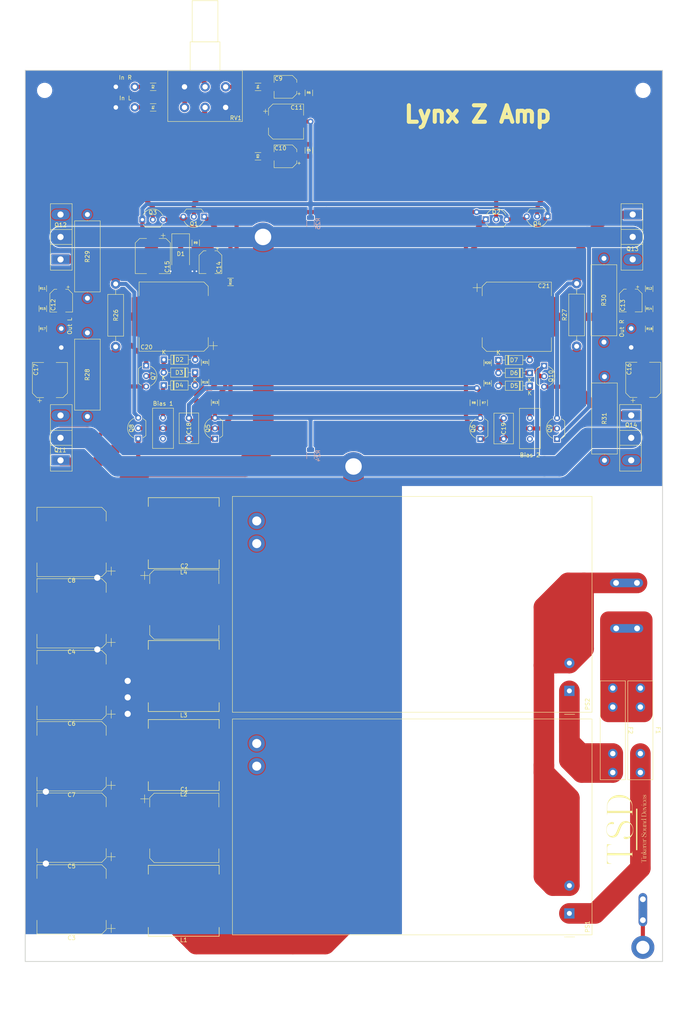
<source format=kicad_pcb>
(kicad_pcb (version 20211014) (generator pcbnew)
  (layers (0 "F.Cu" signal) (31 "B.Cu" signal) (34 "B.Paste" user) (35 "F.Paste" user) (36 "B.SilkS" user "B.Silkscreen") (37 "F.SilkS" user "F.Silkscreen") (38 "B.Mask" user) (39 "F.Mask" user) (44 "Edge.Cuts" user))
  (net 0 "")
  (net 1 "Net-(C1-Pad1)")
  (net 2 "Net-(C1-Pad2)")
  (net 3 "Net-(C2-Pad1)")
  (net 4 "Net-(C2-Pad2)")
  (net 5 "+24V")
  (net 6 "GND")
  (net 7 "-24V")
  (net 8 "Net-(J3-Pad2)")
  (net 9 "Net-(J4-Pad2)")
  (net 10 "Net-(F1-Pad1)")
  (net 11 "Net-(F1-Pad2)")
  (net 12 "Net-(F2-Pad2)")
  (net 13 "Net-(J2-Pad1)")
  (net 14 "Net-(R1-Pad2)")
  (net 15 "Net-(R2-Pad2)")
  (net 16 "Net-(R3-Pad1)")
  (net 17 "In L")
  (net 18 "Net-(R4-Pad1)")
  (net 19 "In R")
  (net 20 "Net-(C9-Pad1)")
  (net 21 "Net-(C10-Pad1)")
  (net 22 "Net-(C11-Pad1)")
  (net 23 "Net-(C11-Pad2)")
  (net 24 "Net-(C12-Pad1)")
  (net 25 "Out L")
  (net 26 "Net-(C13-Pad1)")
  (net 27 "Out R")
  (net 28 "Net-(C14-Pad1)")
  (net 29 "Net-(C16-Pad1)")
  (net 30 "Net-(C17-Pad1)")
  (net 31 "Net-(C18-Pad1)")
  (net 32 "Net-(C18-Pad2)")
  (net 33 "Net-(C19-Pad1)")
  (net 34 "Net-(C19-Pad2)")
  (net 35 "Net-(C20-Pad1)")
  (net 36 "Net-(C21-Pad1)")
  (net 37 "Net-(D2-Pad1)")
  (net 38 "Net-(D2-Pad2)")
  (net 39 "Net-(D3-Pad1)")
  (net 40 "Net-(D4-Pad1)")
  (net 41 "Net-(D5-Pad1)")
  (net 42 "Net-(D5-Pad2)")
  (net 43 "Net-(D6-Pad2)")
  (net 44 "Net-(D7-Pad2)")
  (net 45 "Net-(Q1-Pad3)")
  (net 46 "Net-(Q2-Pad3)")
  (net 47 "Net-(Q3-Pad2)")
  (net 48 "Net-(Q4-Pad2)")
  (net 49 "Net-(Q11-Pad1)")
  (net 50 "Net-(Q12-Pad1)")
  (net 51 "Net-(Q13-Pad1)")
  (net 52 "Net-(Q10-Pad3)")
  (net 53 "Net-(Q11-Pad3)")
  (net 54 "Net-(Q12-Pad3)")
  (net 55 "Net-(Q13-Pad3)")
  (net 56 "Net-(Q14-Pad3)")
  (footprint "Resistor_SMD:R_1206_3216Metric" (layer "F.Cu") (at 158.07 84.866363 90)
    (fp_text reference "R9")
    (fp_text value "15K")
  )
  (footprint "Capacitor_SMD:CP_Elec_16x17.5" (layer "F.Cu") (at 127.884892 244.274037 180)
    (fp_text reference "C3")
    (fp_text value "330uF")
  )
  (footprint "Diode_THT:D_DO-35_SOD27_P7.62mm_Horizontal" (layer "F.Cu") (at 231.644136 113.336624)
    (fp_text reference "D7")
    (fp_text value "1N4149")
  )
  (footprint "Connector_Wire:SolderWire-0.5sqmm_1x02_P4.6mm_D0.9mm_OD2.1mm" (layer "F.Cu") (at 138.649511 46.999511)
    (fp_text reference "In R")
    (fp_text value "In R")
  )
  (footprint "Capacitor_SMD:CP_Elec_16x17.5" (layer "F.Cu") (at 127.884892 174.824035 180)
    (fp_text reference "C4")
    (fp_text value "330uF")
  )
  (footprint "Capacitor_SMD:CP_Elec_8x10" (layer "F.Cu") (at 147.64 88.086363 -90)
    (fp_text reference "C15")
    (fp_text value "220uF/35V")
  )
  (footprint "Inductor_SMD:L_Vishay_IHLP-6767" (layer "F.Cu") (at 155.1516 155.345721 180)
    (fp_text reference "L4")
    (fp_text value "100uh - 5A")
  )
  (footprint "Resistor_THT:R_Axial_DIN0411_L9.9mm_D3.6mm_P15.24mm_Horizontal" (layer "F.Cu") (at 250.665686 109.996363 90)
    (fp_text reference "R27")
    (fp_text value "470 3W")
  )
  (footprint "Capacitor_THT:C_Rect_L7.2mm_W4.5mm_P5.00mm_FKS2_FKP2_MKS2_MKP2" (layer "F.Cu") (at 156.41 127.406363 -90)
    (fp_text reference "C18")
    (fp_text value "47pF")
  )
  (footprint "Capacitor_SMD:CP_Elec_5x5.3" (layer "F.Cu") (at 125.37 98.912865 -90)
    (fp_text reference "C12")
    (fp_text value "10uF/35V")
  )
  (footprint "Resistor_SMD:R_1206_3216Metric" (layer "F.Cu") (at 160.35 113.936363 -90)
    (fp_text reference "R21")
    (fp_text value "2.7K")
  )
  (footprint "Capacitor_SMD:CP_Elec_16x17.5" (layer "F.Cu") (at 155.2941 226.916755)
    (fp_text reference "C1")
    (fp_text value "330uF")
  )
  (footprint "Resistor_THT:R_Axial_DIN0617_L17.0mm_D6.0mm_P20.32mm_Horizontal" (layer "F.Cu") (at 131.74 127.036363 90)
    (fp_text reference "R28")
    (fp_text value "0.47 3W")
  )
  (footprint "Resistor_SMD:R_1206_3216Metric" (layer "F.Cu") (at 173.203104 63.87095)
    (fp_text reference "R3")
    (fp_text value "1K")
  )
  (footprint "Capacitor_SMD:CP_Elec_5x5.3" (layer "F.Cu") (at 161.65 89.576363 -90)
    (fp_text reference "C14")
    (fp_text value "10uF/35V")
  )
  (footprint "Custom Library:Logo_25mm" (layer "F.Cu") (at 263.455977 227.121557 90)
    (fp_text reference "G***" hide)
    (fp_text value "LOGO" hide)
  )
  (footprint "Resistor_SMD:R_1206_3216Metric" (layer "F.Cu") (at 120.9 95.97106 -90)
    (fp_text reference "R11")
    (fp_text value "82K")
  )
  (footprint "Capacitor_SMD:CP_Elec_5x5.3" (layer "F.Cu") (at 263.815686 98.886363 -90)
    (fp_text reference "C13")
    (fp_text value "10uF/35V")
  )
  (footprint "Connector_Wire:SolderWire-0.5sqmm_1x02_P4.6mm_D0.9mm_OD2.1mm" (layer "F.Cu") (at 263.922675 110.266363 90)
    (fp_text reference "Out R")
    (fp_text value "Out R")
  )
  (footprint "Package_TO_SOT_THT:TO-92_Inline_Wide" (layer "F.Cu") (at 227.248037 132.496624 90)
    (fp_text reference "Q6")
    (fp_text value "BC546")
  )
  (footprint "Fuse:Fuseholder_Littelfuse_100_series_5x20mm" (layer "F.Cu") (at 266.15535 192.969255 -90)
    (fp_text reference "F1")
    (fp_text value "0155001.DR")
  )
  (footprint "Potentiometer_THT:Potentiometer_Bourns_3296W_Vertical" (layer "F.Cu") (at 239.301199 127.406624 90)
    (fp_text reference "Bias 2")
    (fp_text value "1508")
  )
  (footprint "Custom Library:Spade Conector 6.3mm TE_1217861" (layer "F.Cu") (at 262.7866 167.439255 180)
    (fp_text reference "J2" hide)
    (fp_text value "AC2" hide)
  )
  (footprint "Converter_ACDC:Converter_ACDC_MeanWell_IRM-60-xx_THT" (layer "F.Cu") (at 248.89785 247.674255 180)
    (fp_text reference locked "PS1")
    (fp_text value "IRM-60-24")
  )
  (footprint "Capacitor_SMD:CP_Elec_16x17.5" (layer "F.Cu") (at 152.7075 102.786363 180)
    (fp_text reference "C20")
    (fp_text value "47uF/25v")
  )
  (footprint "Resistor_THT:R_Axial_DIN0617_L17.0mm_D6.0mm_P20.32mm_Horizontal" (layer "F.Cu") (at 257.310187 108.974429 90)
    (fp_text reference "R30")
    (fp_text value "0.47 3W")
  )
  (footprint "Resistor_SMD:R_1206_3216Metric" (layer "F.Cu") (at 268.292781 96.006017 90)
    (fp_text reference "R12")
    (fp_text value "82K")
  )
  (footprint "Capacitor_SMD:CP_Elec_5x5.3" (layer "F.Cu") (at 179.883104 47.008678 180)
    (fp_text reference "C9")
    (fp_text value "10uF/35V")
  )
  (footprint "Package_TO_SOT_THT:TO-247-3_Vertical" (layer "F.Cu") (at 125.202781 137.676363 90)
    (fp_text reference "Q11")
    (fp_text value "TIP35")
  )
  (footprint "Package_TO_SOT_THT:TO-92_Inline_Wide" (layer "F.Cu") (at 243.614306 78.466623 180)
    (fp_text reference "Q4")
    (fp_text value "BC556")
  )
  (footprint "Diode_THT:D_DO-35_SOD27_P7.62mm_Horizontal" (layer "F.Cu") (at 157.91 116.366363 180)
    (fp_text reference "D3")
    (fp_text value "1N4149")
  )
  (footprint "Package_TO_SOT_THT:TO-92_Inline_Wide" (layer "F.Cu") (at 146.0225 114.666363 -90)
    (fp_text reference "Q7")
    (fp_text value "BC546")
  )
  (footprint "Diode_THT:D_DO-35_SOD27_P7.62mm_Horizontal" (layer "F.Cu") (at 239.264136 119.576624 180)
    (fp_text reference "D5")
    (fp_text value "1N4149")
  )
  (footprint "Package_TO_SOT_THT:TO-92_Inline_Wide" (layer "F.Cu") (at 144.100256 132.423863 90)
    (fp_text reference "Q8")
    (fp_text value "BC556")
  )
  (footprint "MountingHole:MountingHole_3.2mm_M3_DIN965_Pad_TopBottom" (layer "F.Cu") (at 266.763112 255.914957 -90)
    (fp_text reference "REF**" hide)
    (fp_text value "MountingHole_3.2mm_M3_DIN965_Pad_TopBottom")
  )
  (footprint "Capacitor_SMD:CP_Elec_16x17.5" (layer "F.Cu") (at 127.884892 192.237369 180)
    (fp_text reference "C6")
    (fp_text value "330uF")
  )
  (footprint "Potentiometer_THT:Potentiometer_Alps_RK163_Dual_Horizontal" (layer "F.Cu") (at 165.339511 46.999511 90)
    (fp_text reference "RV1")
    (fp_text value "log 10K")
  )
  (footprint "Resistor_SMD:R_1206_3216Metric" (layer "F.Cu") (at 166.54 94.37 180)
    (fp_text reference "R10")
    (fp_text value "15K")
  )
  (footprint "Resistor_SMD:R_1206_3216Metric" (layer "F.Cu") (at 147.719511 51.999511)
    (fp_text reference "R1")
    (fp_text value "3.3K")
  )
  (footprint "Resistor_SMD:R_1206_3216Metric" (layer "F.Cu") (at 173.223104 47.018678)
    (fp_text reference "R4")
    (fp_text value "1K")
  )
  (footprint "Resistor_SMD:R_1206_3216Metric" (layer "F.Cu") (at 229.034136 114.016624 -90)
    (fp_text reference "R20")
    (fp_text value "2.7K")
  )
  (footprint "Connector_Wire:SolderWire-0.5sqmm_1x02_P4.6mm_D0.9mm_OD2.1mm" (layer "F.Cu") (at 138.649511 51.999511)
    (fp_text reference "In L")
    (fp_text value "In L")
  )
  (footprint "Capacitor_THT:C_Rect_L7.2mm_W4.5mm_P5.00mm_FKS2_FKP2_MKS2_MKP2" (layer "F.Cu") (at 232.929618 127.456624 -90)
    (fp_text reference "C19")
    (fp_text value "47pF")
  )
  (footprint "Diode_THT:D_DO-35_SOD27_P7.62mm_Horizontal" (layer "F.Cu") (at 150.3325 113.246363)
    (fp_text reference "D2")
    (fp_text value "1N4149")
  )
  (footprint "Resistor_SMD:R_1206_3216Metric" (layer "F.Cu") (at 185.573104 48.468678 90)
    (fp_text reference "R6")
    (fp_text value "56K")
  )
  (footprint "Capacitor_SMD:CP_Elec_16x17.5" (layer "F.Cu") (at 127.884892 157.497369 180)
    (fp_text reference "C8")
    (fp_text value "330uF")
  )
  (footprint "Resistor_THT:R_Axial_DIN0411_L9.9mm_D3.6mm_P15.24mm_Horizontal" (layer "F.Cu") (at 138.61 110.095384 90)
    (fp_text reference "R26")
    (fp_text value "470 3W")
  )
  (footprint "Package_TO_SOT_THT:TO-247-3_Vertical" (layer "F.Cu") (at 264.292781 77.995396 -90)
    (fp_text reference "Q13")
    (fp_text value "TIP42")
  )
  (footprint "Capacitor_SMD:CP_Elec_5x5.3" (layer "F.Cu") (at 179.883104 63.870343 180)
    (fp_text reference "C10")
    (fp_text value "10uF/35V")
  )
  (footprint "Diode_THT:D_DO-35_SOD27_P7.62mm_Horizontal" (layer "F.Cu") (at 150.29 119.486363)
    (fp_text reference "D4")
    (fp_text value "1N4149")
  )
  (footprint "Package_TO_SOT_THT:TO-92_Inline_Wide" (layer "F.Cu") (at 228.564407 79.186623)
    (fp_text reference "Q2")
    (fp_text value "BC556")
  )
  (footprint "Inductor_SMD:L_Vishay_IHLP-6767" (layer "F.Cu") (at 155.1516 244.609255 180)
    (fp_text reference "L1")
    (fp_text value "100uh - 5A")
  )
  (footprint "Resistor_SMD:R_1206_3216Metric" (layer "F.Cu") (at 229.034136 118.976624 90)
    (fp_text reference "R16")
    (fp_text value "2.2K")
  )
  (footprint "Custom Library:Spade Conector 6.3mm TE_1217861" (layer "F.Cu") (at 266.763112 246.773177 90)
    (fp_text reference "J2" hide)
    (fp_text value "AC2" hide)
  )
  (footprint "Resistor_SMD:R_1206_3216Metric" (layer "F.Cu") (at 268.292781 105.776624 -90)
    (fp_text reference "R18")
    (fp_text value "56K")
  )
  (footprint "Fuse:Fuseholder_Littelfuse_100_series_5x20mm" (layer "F.Cu") (at 259.45285 192.969255 -90)
    (fp_text reference "F2")
    (fp_text value "0155001.DR")
  )
  (footprint "Resistor_SMD:R_1206_3216Metric" (layer "F.Cu") (at 162.775 123.666363 -90)
    (fp_text reference "R13")
    (fp_text value "1.5K")
  )
  (footprint "Resistor_SMD:R_1206_3216Metric" (layer "F.Cu") (at 225.662781 123.716624 90)
    (fp_text reference "R8")
    (fp_text value "1.5K")
  )
  (footprint "Resistor_THT:R_Axial_DIN0617_L17.0mm_D6.0mm_P20.32mm_Horizontal" (layer "F.Cu") (at 257.432781 137.684429 90)
    (fp_text reference "R31")
    (fp_text value "0.47 3W")
  )
  (footprint "MountingHole:MountingHole_3.2mm_M3" (layer "F.Cu") (at 121.34 47.87)
    (fp_text reference "REF**" hide)
    (fp_text value "MountingHole_3.2mm_M3")
  )
  (footprint "Custom Library:Spade Conector 6.3mm TE_1217861" (layer "F.Cu") (at 262.8216 178.479255)
    (fp_text reference "J1" hide)
    (fp_text value "AC1" hide)
  )
  (footprint "Package_TO_SOT_THT:TO-247-3_Vertical" (layer "F.Cu") (at 263.932781 126.766363 -90)
    (fp_text reference "Q14")
    (fp_text value "TIP35")
  )
  (footprint "Potentiometer_THT:Potentiometer_Bourns_3296W_Vertical" (layer "F.Cu") (at 150.115 127.356363 90)
    (fp_text reference "Bias 1")
    (fp_text value "1508")
  )
  (footprint "MountingHole:MountingHole_3.2mm_M3" (layer "F.Cu") (at 119.973112 255.914957)
    (fp_text reference "REF**" hide)
    (fp_text value "MountingHole_3.2mm_M3")
  )
  (footprint "Capacitor_SMD:CP_Elec_16x17.5" (layer "F.Cu") (at 236.114023 102.816624)
    (fp_text reference "C21")
    (fp_text value "47uF/25v")
  )
  (footprint "Inductor_SMD:L_Vishay_IHLP-6767" (layer "F.Cu") (at 155.1516 209.224255 180)
    (fp_text reference "L2")
    (fp_text value "100uh - 5A")
  )
  (footprint "Capacitor_SMD:CP_Elec_16x17.5" (layer "F.Cu") (at 127.884892 209.534037 180)
    (fp_text reference "C7")
    (fp_text value "330uF")
  )
  (footprint "Package_TO_SOT_THT:TO-247-3_Vertical" (layer "F.Cu") (at 125.202781 88.904429 90)
    (fp_text reference "Q12")
    (fp_text value "TIP42")
  )
  (footprint "Connector_Wire:SolderWire-0.5sqmm_1x02_P4.6mm_D0.9mm_OD2.1mm" (layer "F.Cu") (at 125.382781 110.294429 90)
    (fp_text reference "Out L")
    (fp_text value "Out L")
  )
  (footprint "Capacitor_SMD:CP_Elec_8x10" (layer "F.Cu") (at 180.025604 55.439511)
    (fp_text reference "C11")
    (fp_text value "220uF/35V")
  )
  (footprint "Resistor_SMD:R_1206_3216Metric" (layer "F.Cu") (at 120.9 100.856363 -90)
    (fp_text reference "R15")
    (fp_text value "5.6K")
  )
  (footprint "Resistor_SMD:R_1206_3216Metric" (layer "F.Cu") (at 228.093321 123.716624 -90)
    (fp_text reference "R7")
    (fp_text value "1.5K")
  )
  (footprint "Package_TO_SOT_THT:TO-92_Inline_Wide" (layer "F.Cu") (at 162.755 132.446363 90)
    (fp_text reference "Q5")
    (fp_text value "BC546")
  )
  (footprint "Resistor_SMD:R_1206_3216Metric" (layer "F.Cu") (at 268.292781 100.89132 -90)
    (fp_text reference "R14")
    (fp_text value "5.6K")
  )
  (footprint "Package_TO_SOT_THT:TO-92_Inline_Wide" (layer "F.Cu") (at 242.76872 114.72292 -90)
    (fp_text reference "Q10")
    (fp_text value "BC546")
  )
  (footprint "Capacitor_SMD:CP_Elec_16x17.5" (layer "F.Cu") (at 155.2941 172.695721)
    (fp_text reference "C2")
    (fp_text value "330uF")
  )
  (footprint "Diode_SMD:D_SMA-SMB_Universal_Handsoldering" (layer "F.Cu") (at 154.41 87.536363 -90)
    (fp_text reference "D1")
    (fp_text value "15V")
  )
  (footprint "Capacitor_SMD:CP_Elec_8x10" (layer "F.Cu") (at 122.63 118.186363 90)
    (fp_text reference "C17")
    (fp_text value "100uF/35V")
  )
  (footprint "Diode_THT:D_DO-35_SOD27_P7.62mm_Horizontal" (layer "F.Cu") (at 239.264136 116.456624 180)
    (fp_text reference "D6")
    (fp_text value "1N4149")
  )
  (footprint "Resistor_SMD:R_1206_3216Metric" (layer "F.Cu") (at 147.719511 46.999511)
    (fp_text reference "R2")
    (fp_text value "3.3K")
  )
  (footprint "Package_TO_SOT_THT:TO-92_Inline_Wide" (layer "F.Cu") (at 245.902781 132.496624 90)
    (fp_text reference "Q9")
    (fp_text value "BC556")
  )
  (footprint "Capacitor_SMD:CP_Elec_16x17.5" (layer "F.Cu") (at 127.884892 226.860703 180)
    (fp_text reference "C5")
    (fp_text value "330uF")
  )
  (footprint "MountingHole:MountingHole_3.2mm_M3" (layer "F.Cu") (at 266.8 47.87)
    (fp_text reference "REF**" hide)
    (fp_text value "MountingHole_3.2mm_M3")
  )
  (footprint "Resistor_SMD:R_1206_3216Metric" (layer "F.Cu") (at 120.9 105.741667 -90)
    (fp_text reference "R17")
    (fp_text value "56K")
  )
  (footprint "Resistor_SMD:R_1206_3216Metric" (layer "F.Cu") (at 185.573104 62.42095 90)
    (fp_text reference "R5")
    (fp_text value "56K")
  )
  (footprint "Converter_ACDC:Converter_ACDC_MeanWell_IRM-60-xx_THT" (layer "F.Cu") (at 248.89785 193.644255 180)
    (fp_text reference locked "PS2")
    (fp_text value "IRM-60-24")
  )
  (footprint "Resistor_SMD:R_1206_3216Metric" (layer "F.Cu") (at 160.35 118.743863 -90)
    (fp_text reference "R19")
    (fp_text value "2.2K")
  )
  (footprint "Capacitor_SMD:CP_Elec_8x10" (layer "F.Cu") (at 266.855686 118.136363 90)
    (fp_text reference "C16")
    (fp_text value "100uF/35V")
  )
  (footprint "Resistor_THT:R_Axial_DIN0617_L17.0mm_D6.0mm_P20.32mm_Horizontal" (layer "F.Cu") (at 131.74 98.326363 90)
    (fp_text reference "R29")
    (fp_text value "0.47 3W")
  )
  (footprint "Package_TO_SOT_THT:TO-92_Inline_Wide" (layer "F.Cu") (at 145.1 79.246363)
    (fp_text reference "Q3")
    (fp_text value "BC556")
  )
  (footprint "Package_TO_SOT_THT:TO-92_Inline_Wide" (layer "F.Cu") (at 160.149899 78.526363 180)
    (fp_text reference "Q1")
    (fp_text value "BC556")
  )
  (footprint "Inductor_SMD:L_Vishay_IHLP-6767" (layer "F.Cu") (at 155.1516 190.045721 180)
    (fp_text reference "L3")
    (fp_text value "100uh - 5A")
  )
  (footprint "Resistor_SMD:R_1206_3216Metric" (layer "B.Cu") (at 185.975604 80.23 90)
    (fp_text reference "R25")
    (fp_text value "82 3W")
  )
  (footprint "Resistor_SMD:R_1206_3216Metric" (layer "B.Cu") (at 185.975604 136.58 90)
    (fp_text reference "R24")
    (fp_text value "82 3W")
  )
  (gr_rect (start 116.626875 259.35) (end 271.546875 43) (layer "Edge.Cuts") (width 0.2) (fill none))
  (gr_text "Lynx Z Amp" (at 226.65 53.68) (layer "F.SilkS") (effects (font (size 4 4) (thickness 1))))
  (segment locked (start 178.8416 209.545721) (end 175.720134 206.424255) (width 5) (layer "F.Cu") (net 1))
  (segment locked (start 149.0441 230.379255) (end 163.2741 244.609255) (width 5) (layer "F.Cu") (net 1))
  (segment locked (start 174.488066 244.609255) (end 178.8416 240.255721) (width 5) (layer "F.Cu") (net 1))
  (segment locked (start 175.720134 206.424255) (end 172.89785 206.424255) (width 5) (layer "F.Cu") (net 1))
  (segment locked (start 178.8416 240.255721) (end 178.8416 209.545721) (width 5) (layer "F.Cu") (net 1))
  (segment locked (start 163.2741 244.609255) (end 174.488066 244.609255) (width 5) (layer "F.Cu") (net 1))
  (segment locked (start 172.89785 211.924255) (end 165.9741 211.924255) (width 5) (layer "F.Cu") (net 2))
  (segment locked (start 161.5441 210.954255) (end 163.2741 209.224255) (width 5) (layer "F.Cu") (net 2))
  (segment locked (start 161.5441 226.916755) (end 161.5441 210.954255) (width 5) (layer "F.Cu") (net 2))
  (segment locked (start 165.9741 211.924255) (end 163.2741 209.224255) (width 5) (layer "F.Cu") (net 2))
  (segment locked (start 163.2741 190.045721) (end 173.5116 190.045721) (width 5) (layer "F.Cu") (net 3))
  (segment locked (start 179.5816 183.975721) (end 179.5816 154.955721) (width 5) (layer "F.Cu") (net 3))
  (segment locked (start 149.0441 175.815721) (end 163.2741 190.045721) (width 5) (layer "F.Cu") (net 3))
  (segment locked (start 179.5816 154.955721) (end 177.020134 152.394255) (width 5) (layer "F.Cu") (net 3))
  (segment locked (start 173.5116 190.045721) (end 179.5816 183.975721) (width 5) (layer "F.Cu") (net 3))
  (segment locked (start 177.020134 152.394255) (end 172.89785 152.394255) (width 5) (layer "F.Cu") (net 3))
  (segment locked (start 165.822634 157.894255) (end 163.2741 155.345721) (width 5) (layer "F.Cu") (net 4))
  (segment locked (start 161.5441 172.695721) (end 161.5441 157.075721) (width 5) (layer "F.Cu") (net 4))
  (segment locked (start 172.89785 157.894255) (end 165.822634 157.894255) (width 5) (layer "F.Cu") (net 4))
  (segment locked (start 161.5441 157.075721) (end 163.2741 155.345721) (width 5) (layer "F.Cu") (net 4))
  (segment (start 189.54 255.12) (end 196.38 248.28) (width 5) (layer "F.Cu") (net 5))
  (segment (start 140.16 107.5) (end 136.68 107.5) (width 1) (layer "F.Cu") (net 5))
  (segment (start 158.21 255.12) (end 181.67 255.12) (width 5) (layer "F.Cu") (net 5))
  (segment locked (start 147.0291 244.609255) (end 145.418814 244.609255) (width 5) (layer "F.Cu") (net 5))
  (segment (start 157.54 254.45) (end 158.21 255.12) (width 5) (layer "F.Cu") (net 5))
  (segment (start 134.053637 132.226363) (end 125.202781 132.226363) (width 1) (layer "F.Cu") (net 5))
  (segment locked (start 143.864892 244.764237) (end 141.452052 244.764237) (width 5) (layer "F.Cu") (net 5))
  (segment (start 146.0225 114.666363) (end 146.0225 113.3625) (width 1) (layer "F.Cu") (net 5))
  (segment locked (start 134.134892 235.511397) (end 134.134892 218.221397) (width 5) (layer "F.Cu") (net 5))
  (segment (start 181.67 255.12) (end 189.54 255.12) (width 5) (layer "F.Cu") (net 5))
  (segment locked (start 141.452052 244.764237) (end 134.625092 244.764237) (width 5) (layer "F.Cu") (net 5))
  (segment (start 147.0291 244.609255) (end 147.699255 244.609255) (width 5) (layer "F.Cu") (net 5))
  (segment locked (start 134.780074 244.609255) (end 134.625092 244.764237) (width 5) (layer "F.Cu") (net 5))
  (segment locked (start 133.663112 244.745817) (end 133.663642 244.745287) (width 5) (layer "F.Cu") (net 5))
  (segment (start 136.68 107.5) (end 135.33 108.85) (width 1) (layer "F.Cu") (net 5))
  (segment (start 146.0225 113.3625) (end 140.16 107.5) (width 1) (layer "F.Cu") (net 5))
  (segment locked (start 147.0291 244.609255) (end 134.780074 244.609255) (width 5) (layer "F.Cu") (net 5))
  (segment locked (start 134.134892 218.221397) (end 134.134892 209.534037) (width 5) (layer "F.Cu") (net 5))
  (segment locked (start 134.625092 244.764237) (end 134.134892 244.274037) (width 5) (layer "F.Cu") (net 5))
  (segment locked (start 134.134892 244.274037) (end 134.134892 235.511397) (width 5) (layer "F.Cu") (net 5))
  (segment (start 147.699255 244.609255) (end 157.54 254.45) (width 5) (layer "F.Cu") (net 5))
  (segment (start 135.33 108.85) (end 135.33 130.95) (width 1) (layer "F.Cu") (net 5))
  (segment (start 196.38 248.28) (end 196.43 248.23) (width 5) (layer "F.Cu") (net 5))
  (segment (start 196.43 248.23) (end 196.43 139.17) (width 5) (layer "F.Cu") (net 5))
  (segment (start 135.33 130.95) (end 134.053637 132.226363) (width 1) (layer "F.Cu") (net 5))
  (segment locked (start 133.663642 244.745287) (end 134.134892 244.274037) (width 5) (layer "F.Cu") (net 5))
  (via (at 196.43 139.17) (size 7) (drill 4) (layers "F.Cu" "B.Cu") (net 5))
  (segment (start 139.09 139.13) (end 132.186363 132.226363) (width 5) (layer "B.Cu") (net 5))
  (segment (start 246.49 139.13) (end 242.83 139.13) (width 5) (layer "B.Cu") (net 5))
  (segment (start 241.06 116.43164) (end 241.06 137.36) (width 1) (layer "B.Cu") (net 5))
  (segment (start 263.932781 132.216363) (end 253.403637 132.216363) (width 5) (layer "B.Cu") (net 5))
  (segment (start 242.83 139.13) (end 139.09 139.13) (width 5) (layer "B.Cu") (net 5))
  (segment (start 241.06 137.36) (end 242.83 139.13) (width 1) (layer "B.Cu") (net 5))
  (segment (start 132.186363 132.226363) (end 125.202781 132.226363) (width 5) (layer "B.Cu") (net 5))
  (segment (start 253.403637 132.216363) (end 246.49 139.13) (width 5) (layer "B.Cu") (net 5))
  (segment (start 242.76872 114.72292) (end 241.06 116.43164) (width 1) (layer "B.Cu") (net 5))
  (segment (start 151.993637 91.776363) (end 148.08 91.776363) (width 1) (layer "F.Cu") (net 6))
  (segment locked (start 137.683112 197.954957) (end 137.333112 197.604957) (width 5) (layer "F.Cu") (net 6))
  (segment locked (start 134.134892 192.237369) (end 144.837452 192.237369) (width 5) (layer "F.Cu") (net 6))
  (segment locked (start 138.575524 192.237369) (end 144.293112 197.954957) (width 5) (layer "F.Cu") (net 6))
  (segment locked (start 143.864892 200.928203) (end 134.814892 200.928203) (width 5) (layer "F.Cu") (net 6))
  (segment locked (start 121.634892 244.274037) (end 121.634892 235.721896) (width 5) (layer "F.Cu") (net 6))
  (segment locked (start 127.539892 200.928203) (end 121.634892 206.833203) (width 5) (layer "F.Cu") (net 6))
  (segment (start 263.922675 114.003352) (end 264.805686 114.886363) (width 2) (layer "F.Cu") (net 6))
  (segment locked (start 144.293112 197.954957) (end 137.683112 197.954957) (width 5) (layer "F.Cu") (net 6))
  (segment locked (start 134.134892 183.531896) (end 134.134892 188.613177) (width 5) (layer "F.Cu") (net 6))
  (segment locked (start 134.134892 157.497369) (end 134.134892 166.171896) (width 5) (layer "F.Cu") (net 6))
  (segment locked (start 134.134892 166.171896) (end 134.134892 183.531896) (width 5) (layer "F.Cu") (net 6))
  (segment (start 263.922675 110.266363) (end 263.922675 114.003352) (width 2) (layer "F.Cu") (net 6))
  (segment (start 124.34 114.936363) (end 125.382781 113.893582) (width 2) (layer "F.Cu") (net 6))
  (segment locked (start 134.011199 200.928203) (end 127.539892 200.928203) (width 5) (layer "F.Cu") (net 6))
  (segment (start 125.382781 113.893582) (end 125.382781 110.294429) (width 2) (layer "F.Cu") (net 6))
  (segment (start 158.10617 91.776363) (end 157.15617 91.776363) (width 1) (layer "F.Cu") (net 6))
  (segment (start 157.15617 91.776363) (end 157.113637 91.776363) (width 1) (layer "F.Cu") (net 6))
  (segment locked (start 144.837452 192.237369) (end 147.0291 190.045721) (width 5) (layer "F.Cu") (net 6))
  (segment (start 122.63 114.936363) (end 124.34 114.936363) (width 2) (layer "F.Cu") (net 6))
  (segment locked (start 135.567436 190.045721) (end 134.134892 188.613177) (width 5) (layer "F.Cu") (net 6))
  (segment locked (start 134.134892 192.237369) (end 134.134892 200.248203) (width 5) (layer "F.Cu") (net 6))
  (segment locked (start 121.634892 218.281896) (end 121.634892 218.191397) (width 5) (layer "F.Cu") (net 6))
  (segment locked (start 134.134892 192.237369) (end 138.575524 192.237369) (width 5) (layer "F.Cu") (net 6))
  (segment (start 157.113637 91.776363) (end 151.993637 91.776363) (width 1) (layer "F.Cu") (net 6))
  (segment locked (start 121.634892 235.721896) (end 121.634892 218.281896) (width 5) (layer "F.Cu") (net 6))
  (segment locked (start 134.814892 200.928203) (end 134.011199 200.928203) (width 5) (layer "F.Cu") (net 6))
  (segment (start 161.65 91.776363) (end 158.10617 91.776363) (width 1) (layer "F.Cu") (net 6))
  (segment (start 264.805686 114.886363) (end 266.855686 114.886363) (width 2) (layer "F.Cu") (net 6))
  (segment locked (start 121.634892 206.833203) (end 121.634892 209.534037) (width 5) (layer "F.Cu") (net 6))
  (segment locked (start 147.0291 209.224255) (end 147.0291 190.045721) (width 5) (layer "F.Cu") (net 6))
  (segment locked (start 134.134892 188.613177) (end 134.134892 192.237369) (width 5) (layer "F.Cu") (net 6))
  (segment locked (start 121.634892 218.191397) (end 121.634892 209.534037) (width 5) (layer "F.Cu") (net 6))
  (segment locked (start 147.0291 190.045721) (end 135.567436 190.045721) (width 5) (layer "F.Cu") (net 6))
  (segment locked (start 134.134892 200.248203) (end 134.814892 200.928203) (width 5) (layer "F.Cu") (net 6))
  (via (at 141.53 191.229231) (size 3) (drill 1.5) (layers "F.Cu" "B.Cu") (net 6))
  (via (at 121.64 235.57) (size 3) (drill 1.5) (layers "F.Cu" "B.Cu") (net 6))
  (via (at 134.134892 166.171896) (size 3) (drill 1.5) (layers "F.Cu" "B.Cu") (net 6))
  (via (at 157.26 91.776363) (size 0.8) (drill 0.4) (layers "F.Cu" "B.Cu") (net 6))
  (via (at 151.993637 91.776363) (size 0.8) (drill 0.4) (layers "F.Cu" "B.Cu") (net 6))
  (via (at 158.252533 91.776363) (size 0.8) (drill 0.4) (layers "F.Cu" "B.Cu") (net 6))
  (via (at 134.15 183.59) (size 3) (drill 1.5) (layers "F.Cu" "B.Cu") (net 6))
  (via (at 141.53 195.229231) (size 3) (drill 1.5) (layers "F.Cu" "B.Cu") (net 6))
  (via (at 121.64 218.12) (size 3) (drill 1.5) (layers "F.Cu" "B.Cu") (net 6))
  (via (at 141.53 199.229231) (size 3) (drill 1.5) (layers "F.Cu" "B.Cu") (net 6))
  (segment locked (start 144.354496 155.345721) (end 147.0291 155.345721) (width 5) (layer "F.Cu") (net 7))
  (segment locked (start 137.545715 148.53694) (end 144.354496 155.345721) (width 5) (layer "F.Cu") (net 7))
  (segment locked (start 136.433125 148.53694) (end 146.463125 148.53694) (width 5) (layer "F.Cu") (net 7))
  (segment locked (start 142.573125 152.58694) (end 141.043125 151.05694) (width 5) (layer "F.Cu") (net 7))
  (segment (start 170.08 139.2) (end 174.49 134.79) (width 5) (layer "F.Cu") (net 7))
  (segment (start 144.100256 137.620256) (end 145.68 139.2) (width 1) (layer "F.Cu") (net 7))
  (segment locked (start 136.433125 148.53694) (end 137.545715 148.53694) (width 5) (layer "F.Cu") (net 7))
  (segment (start 145.68 139.2) (end 170.08 139.2) (width 5) (layer "F.Cu") (net 7))
  (segment locked (start 147.183125 161.85694) (end 146.633125 162.40694) (width 5) (layer "F.Cu") (net 7))
  (segment locked (start 124.373125 148.53694) (end 136.433125 148.53694) (width 5) (layer "F.Cu") (net 7))
  (segment locked (start 121.634892 157.497369) (end 121.634892 151.275173) (width 5) (layer "F.Cu") (net 7))
  (segment locked (start 121.634892 157.497369) (end 121.634892 192.237369) (width 5) (layer "F.Cu") (net 7))
  (segment locked (start 142.573125 153.25694) (end 142.573125 152.58694) (width 5) (layer "F.Cu") (net 7))
  (segment locked (start 146.633125 162.40694) (end 142.963125 162.40694) (width 5) (layer "F.Cu") (net 7))
  (segment locked (start 142.573125 162.01694) (end 142.573125 153.25694) (width 5) (layer "F.Cu") (net 7))
  (segment (start 174.49 134.79) (end 174.49 83.43) (width 5) (layer "F.Cu") (net 7))
  (segment (start 144.100256 132.423863) (end 144.100256 137.620256) (width 1) (layer "F.Cu") (net 7))
  (segment locked (start 142.573125 153.25694) (end 146.363125 149.46694) (width 5) (layer "F.Cu") (net 7))
  (segment (start 136.433125 148.53694) (end 136.433125 148.446875) (width 5) (layer "F.Cu") (net 7))
  (segment locked (start 146.363125 149.46694) (end 147.183125 149.46694) (width 5) (layer "F.Cu") (net 7))
  (segment locked (start 121.634892 151.275173) (end 124.373125 148.53694) (width 5) (layer "F.Cu") (net 7))
  (segment locked (start 146.463125 148.53694) (end 147.183125 149.25694) (width 5) (layer "F.Cu") (net 7))
  (segment (start 143.2 141.68) (end 145.68 139.2) (width 5) (layer "F.Cu") (net 7))
  (segment locked (start 147.183125 149.25694) (end 147.183125 161.85694) (width 5) (layer "F.Cu") (net 7))
  (segment (start 136.433125 148.446875) (end 143.2 141.68) (width 5) (layer "F.Cu") (net 7))
  (segment locked (start 121.634892 157.497369) (end 121.634892 153.033203) (width 5) (layer "F.Cu") (net 7))
  (segment locked (start 142.963125 162.40694) (end 142.573125 162.01694) (width 5) (layer "F.Cu") (net 7))
  (via (at 174.424604 83.445396) (size 7) (drill 4) (layers "F.Cu" "B.Cu") (net 7))
  (segment (start 174.424604 83.445396) (end 125.211814 83.445396) (width 5) (layer "B.Cu") (net 7))
  (segment (start 253.68 83.870792) (end 253.254604 83.445396) (width 1) (layer "B.Cu") (net 7))
  (segment (start 125.211814 83.445396) (end 125.202781 83.454429) (width 5) (layer "B.Cu") (net 7))
  (segment (start 264.292781 83.445396) (end 253.254604 83.445396) (width 5) (layer "B.Cu") (net 7))
  (segment (start 253.254604 83.445396) (end 174.424604 83.445396) (width 5) (layer "B.Cu") (net 7))
  (segment (start 253.68 124.719405) (end 253.68 83.870792) (width 1) (layer "B.Cu") (net 7))
  (segment (start 245.902781 132.496624) (end 253.68 124.719405) (width 1) (layer "B.Cu") (net 7))
  (segment (start 143.249511 51.999511) (end 146.257011 51.999511) (width 1) (layer "F.Cu") (net 8))
  (segment (start 143.249511 46.999511) (end 146.257011 46.999511) (width 1) (layer "F.Cu") (net 9))
  (segment locked (start 255.14785 247.674255) (end 248.89785 247.674255) (width 5) (layer "F.Cu") (net 11))
  (segment locked (start 266.15535 236.666755) (end 255.14785 247.674255) (width 5) (layer "F.Cu") (net 11))
  (segment locked (start 266.15535 208.869255) (end 266.15535 236.666755) (width 5) (layer "F.Cu") (net 11))
  (segment locked (start 248.89785 206.094255) (end 251.67285 208.869255) (width 5) (layer "F.Cu") (net 12))
  (segment locked (start 248.89785 210.464255) (end 248.89785 200.774255) (width 5) (layer "F.Cu") (net 12))
  (segment locked (start 251.90285 213.469255) (end 248.89785 210.464255) (width 5) (layer "F.Cu") (net 12))
  (segment locked (start 248.89785 193.644255) (end 248.89785 200.774255) (width 5) (layer "F.Cu") (net 12))
  (segment locked (start 248.89785 200.774255) (end 248.89785 206.094255) (width 5) (layer "F.Cu") (net 12))
  (segment locked (start 259.45285 213.469255) (end 251.90285 213.469255) (width 5) (layer "F.Cu") (net 12))
  (segment locked (start 259.45285 213.469255) (end 259.45285 208.869255) (width 5) (layer "F.Cu") (net 12))
  (segment locked (start 251.67285 208.869255) (end 259.45285 208.869255) (width 5) (layer "F.Cu") (net 12))
  (segment locked (start 242.71285 211.649255) (end 242.71285 213.489255) (width 5) (layer "F.Cu") (net 13))
  (segment locked (start 244.91785 240.924255) (end 244.91785 222.544255) (width 5) (layer "F.Cu") (net 13))
  (segment locked (start 244.91785 240.924255) (end 248.89785 240.924255) (width 5) (layer "F.Cu") (net 13))
  (segment locked (start 248.89785 219.674255) (end 248.34285 219.119255) (width 5) (layer "F.Cu") (net 13))
  (segment locked (start 248.60285 167.439255) (end 242.71285 173.329255) (width 5) (layer "F.Cu") (net 13))
  (segment locked (start 248.89785 186.894255) (end 248.89785 167.734255) (width 5) (layer "F.Cu") (net 13))
  (segment locked (start 242.71285 238.719255) (end 244.91785 240.924255) (width 5) (layer "F.Cu") (net 13))
  (segment locked (start 242.71285 213.489255) (end 248.34285 219.119255) (width 5) (layer "F.Cu") (net 13))
  (segment locked (start 252.42285 167.439255) (end 248.60285 167.439255) (width 5) (layer "F.Cu") (net 13))
  (segment locked (start 243.27785 186.894255) (end 242.71285 187.459255) (width 5) (layer "F.Cu") (net 13))
  (segment locked (start 252.35285 183.439255) (end 252.35285 167.509255) (width 5) (layer "F.Cu") (net 13))
  (segment locked (start 265.3266 167.439255) (end 252.42285 167.439255) (width 5) (layer "F.Cu") (net 13))
  (segment locked (start 246.10285 216.879255) (end 246.10285 216.819255) (width 5) (layer "F.Cu") (net 13))
  (segment locked (start 245.58785 186.894255) (end 243.27785 186.894255) (width 5) (layer "F.Cu") (net 13))
  (segment locked (start 266.763112 255.914957) (end 266.763112 244.233177) (width 1) (layer "F.Cu") (net 13))
  (segment locked (start 265.3266 167.439255) (end 260.2466 167.439255) (width 5) (layer "F.Cu") (net 13))
  (segment locked (start 244.91785 222.544255) (end 248.34285 219.119255) (width 5) (layer "F.Cu") (net 13))
  (segment locked (start 248.89785 167.734255) (end 248.60285 167.439255) (width 5) (layer "F.Cu") (net 13))
  (segment locked (start 242.71285 187.459255) (end 242.71285 211.649255) (width 5) (layer "F.Cu") (net 13))
  (segment locked (start 245.58785 174.624255) (end 245.76285 174.449255) (width 5) (layer "F.Cu") (net 13))
  (segment locked (start 252.35285 167.509255) (end 252.42285 167.439255) (width 5) (layer "F.Cu") (net 13))
  (segment locked (start 248.89785 186.894255) (end 245.58785 186.894255) (width 5) (layer "F.Cu") (net 13))
  (segment locked (start 248.89785 240.924255) (end 248.89785 219.674255) (width 5) (layer "F.Cu") (net 13))
  (segment locked (start 248.34285 219.119255) (end 246.10285 216.879255) (width 5) (layer "F.Cu") (net 13))
  (segment locked (start 242.71285 211.649255) (end 242.71285 238.719255) (width 5) (layer "F.Cu") (net 13))
  (segment locked (start 242.71285 173.329255) (end 242.71285 187.459255) (width 5) (layer "F.Cu") (net 13))
  (segment locked (start 248.89785 186.894255) (end 252.35285 183.439255) (width 5) (layer "F.Cu") (net 13))
  (segment locked (start 245.58785 186.894255) (end 245.58785 174.624255) (width 5) (layer "F.Cu") (net 13))
  (segment (start 149.182011 53.412011) (end 149.182011 51.999511) (width 1) (layer "F.Cu") (net 14))
  (segment (start 149.639022 53.869022) (end 149.182011 53.412011) (width 1) (layer "F.Cu") (net 14))
  (segment (start 160.339511 53.039511) (end 159.51 53.869022) (width 1) (layer "F.Cu") (net 14))
  (segment (start 160.339511 51.999511) (end 160.339511 53.039511) (width 1) (layer "F.Cu") (net 14))
  (segment (start 159.51 53.869022) (end 149.639022 53.869022) (width 1) (layer "F.Cu") (net 14))
  (segment (start 149.829022 45.13) (end 149.182011 45.777011) (width 1) (layer "F.Cu") (net 15))
  (segment (start 159.32 45.13) (end 149.829022 45.13) (width 1) (layer "F.Cu") (net 15))
  (segment (start 160.339511 46.149511) (end 159.32 45.13) (width 1) (layer "F.Cu") (net 15))
  (segment (start 160.339511 46.999511) (end 160.339511 46.149511) (width 1) (layer "F.Cu") (net 15))
  (segment (start 149.182011 45.777011) (end 149.182011 46.999511) (width 1) (layer "F.Cu") (net 15))
  (segment (start 171.740604 63.87095) (end 171.740604 53.014511) (width 1) (layer "F.Cu") (net 16))
  (segment (start 168.856093 50.13) (end 171.740604 53.014511) (width 1) (layer "F.Cu") (net 16))
  (segment (start 155.969022 50.13) (end 168.565115 50.13) (width 1) (layer "F.Cu") (net 16))
  (segment (start 168.565115 50.13) (end 168.856093 50.13) (width 1) (layer "F.Cu") (net 16))
  (segment (start 155.339511 50.759511) (end 155.969022 50.13) (width 1) (layer "F.Cu") (net 16))
  (segment (start 155.339511 51.999511) (end 155.339511 50.759511) (width 1) (layer "F.Cu") (net 16))
  (segment (start 174.666211 63.870343) (end 174.665604 63.87095) (width 1) (layer "F.Cu") (net 17))
  (segment (start 177.683104 63.870343) (end 174.666211 63.870343) (width 1) (layer "F.Cu") (net 17))
  (segment (start 171.741437 46.999511) (end 171.760604 47.018678) (width 1) (layer "F.Cu") (net 18))
  (segment (start 165.339511 46.999511) (end 171.741437 46.999511) (width 1) (layer "F.Cu") (net 18))
  (segment (start 174.695604 47.008678) (end 174.685604 47.018678) (width 1) (layer "F.Cu") (net 19))
  (segment (start 177.683104 47.008678) (end 174.695604 47.008678) (width 1) (layer "F.Cu") (net 19))
  (segment (start 185.573104 47.006178) (end 226.856178 47.006178) (width 1) (layer "F.Cu") (net 20))
  (segment (start 226.856178 47.006178) (end 231.104407 51.254407) (width 1) (layer "F.Cu") (net 20))
  (segment (start 185.570604 47.008678) (end 185.573104 47.006178) (width 1) (layer "F.Cu") (net 20))
  (segment (start 182.083104 47.008678) (end 185.570604 47.008678) (width 1) (layer "F.Cu") (net 20))
  (segment (start 231.104407 51.254407) (end 231.104407 79.186623) (width 1) (layer "F.Cu") (net 20))
  (segment (start 182.083104 68.326896) (end 182.083104 63.870343) (width 1) (layer "F.Cu") (net 21))
  (segment (start 181.634772 63.870343) (end 182.083104 63.870343) (width 1) (layer "F.Cu") (net 21))
  (segment (start 182.083104 63.870343) (end 185.559997 63.870343) (width 1) (layer "F.Cu") (net 21))
  (segment (start 159.59 73.296363) (end 179.683637 73.296363) (width 1) (layer "F.Cu") (net 21))
  (segment (start 185.559997 63.870343) (end 185.573104 63.88345) (width 1) (layer "F.Cu") (net 21))
  (segment (start 179.683637 73.296363) (end 182.083104 70.896896) (width 1) (layer "F.Cu") (net 21))
  (segment (start 157.609899 75.276464) (end 159.59 73.296363) (width 1) (layer "F.Cu") (net 21))
  (segment (start 157.609899 78.526363) (end 157.609899 75.276464) (width 1) (layer "F.Cu") (net 21))
  (segment (start 182.083104 70.896896) (end 182.083104 63.870343) (width 1) (layer "F.Cu") (net 21))
  (segment (start 185.573104 60.95845) (end 182.294543 60.95845) (width 1) (layer "F.Cu") (net 22))
  (segment (start 182.283937 49.931178) (end 176.775604 55.439511) (width 1) (layer "F.Cu") (net 22))
  (segment (start 185.573104 49.931178) (end 182.283937 49.931178) (width 1) (layer "F.Cu") (net 22))
  (segment (start 182.294543 60.95845) (end 176.775604 55.439511) (width 1) (layer "F.Cu") (net 22))
  (segment (start 227.248037 125.67188) (end 226.755281 125.179124) (width 1) (layer "F.Cu") (net 23))
  (segment (start 159.93 120.206363) (end 160.35 120.206363) (width 1) (layer "F.Cu") (net 23))
  (segment (start 228.093321 125.179124) (end 228.249346 125.179124) (width 1) (layer "F.Cu") (net 23))
  (segment (start 145.27 87.206363) (end 145.27 94.006363) (width 1) (layer "F.Cu") (net 23))
  (segment (start 229.667841 124.591564) (end 229.667841 121.702159) (width 1) (layer "F.Cu") (net 23))
  (segment (start 227.082781 84.706624) (end 224.962781 86.826624) (width 1) (layer "F.Cu") (net 23))
  (segment (start 229.034136 120.439124) (end 229.222837 120.627825) (width 1) (layer "F.Cu") (net 23))
  (segment (start 243.614306 78.466623) (end 237.374305 84.706624) (width 1) (layer "F.Cu") (net 23))
  (segment (start 159.37 127.366363) (end 158.2 126.196363) (width 1) (layer "F.Cu") (net 23))
  (segment (start 164.01 96.986363) (end 164.01 118.066363) (width 1) (layer "F.Cu") (net 23))
  (segment (start 225.662781 125.179124) (end 226.755281 125.179124) (width 1) (layer "F.Cu") (net 23))
  (segment (start 162.755 127.366363) (end 162.755 125.298863) (width 1) (layer "F.Cu") (net 23))
  (segment (start 162.755 127.366363) (end 159.37 127.366363) (width 1) (layer "F.Cu") (net 23))
  (segment (start 227.248037 127.416624) (end 227.248037 125.67188) (width 1) (layer "F.Cu") (net 23))
  (segment (start 164.01 118.066363) (end 161.87 120.206363) (width 1) (layer "F.Cu") (net 23))
  (segment (start 158.2 121.936363) (end 159.93 120.206363) (width 1) (layer "F.Cu") (net 23))
  (segment (start 145.1 82.296363) (end 147.64 84.836363) (width 1) (layer "F.Cu") (net 23))
  (segment (start 229.034136 120.439124) (end 226.271318 117.676306) (width 1) (layer "F.Cu") (net 23))
  (segment (start 145.27 94.006363) (end 147.22 95.956363) (width 1) (layer "F.Cu") (net 23))
  (segment (start 226.755281 125.179124) (end 228.093321 125.179124) (width 1) (layer "F.Cu") (net 23))
  (segment (start 161.87 120.206363) (end 160.35 120.206363) (width 1) (layer "F.Cu") (net 23))
  (segment (start 145.1 79.246363) (end 145.1 82.296363) (width 1) (layer "F.Cu") (net 23))
  (segment (start 147.64 84.836363) (end 145.27 87.206363) (width 1) (layer "F.Cu") (net 23))
  (segment (start 183.275604 55.439511) (end 185.975604 55.439511) (width 1) (layer "F.Cu") (net 23))
  (segment (start 158.2 126.196363) (end 158.2 121.936363) (width 1) (layer "F.Cu") (net 23))
  (segment (start 162.98 95.956363) (end 164.01 96.986363) (width 1) (layer "F.Cu") (net 23))
  (segment (start 237.374305 84.706624) (end 227.082781 84.706624) (width 1) (layer "F.Cu") (net 23))
  (segment (start 224.962781 86.826624) (end 224.962781 114.517219) (width 1) (layer "F.Cu") (net 23))
  (segment (start 147.22 95.956363) (end 162.98 95.956363) (width 1) (layer "F.Cu") (net 23))
  (via (at 185.975604 55.439511) (size 1.5) (drill 0.75) (layers "F.Cu" "B.Cu") (net 23))
  (arc (start 229.222837 120.627825) (mid 229.552188 121.120733) (end 229.667841 121.702159) (width 1) (layer "F.Cu") (net 23))
  (arc (start 228.249346 125.179124) (mid 229.017029 125.026423) (end 229.667841 124.591564) (width 1) (layer "F.Cu") (net 23))
  (arc (start 226.271318 117.676306) (mid 225.302859 116.226905) (end 224.962781 114.517219) (width 1) (layer "F.Cu") (net 23))
  (segment (start 189.82 75.48) (end 242.66 75.48) (width 1) (layer "B.Cu") (net 23))
  (segment (start 185.686363 127.366363) (end 227.197776 127.366363) (width 1) (layer "B.Cu") (net 23))
  (segment (start 185.975604 75.375604) (end 186.08 75.48) (width 1) (layer "B.Cu") (net 23))
  (segment (start 227.197776 127.366363) (end 227.248037 127.416624) (width 1) (layer "B.Cu") (net 23))
  (segment (start 242.66 75.48) (end 243.614306 76.434306) (width 1) (layer "B.Cu") (net 23))
  (segment (start 189.82 75.48) (end 186.08 75.48) (width 1) (layer "B.Cu") (net 23))
  (segment (start 185.975604 135.1175) (end 185.975604 127.655604) (width 1) (layer "B.Cu") (net 23))
  (segment (start 185.975604 75.584396) (end 186.08 75.48) (width 1) (layer "B.Cu") (net 23))
  (segment (start 162.755 127.366363) (end 185.686363 127.366363) (width 1) (layer "B.Cu") (net 23))
  (segment (start 185.975604 78.7675) (end 185.975604 75.584396) (width 1) (layer "B.Cu") (net 23))
  (segment (start 185.975604 127.655604) (end 185.686363 127.366363) (width 1) (layer "B.Cu") (net 23))
  (segment (start 243.614306 76.434306) (end 243.614306 78.466623) (width 1) (layer "B.Cu") (net 23))
  (segment (start 146.17 75.48) (end 145.1 76.55) (width 1) (layer "B.Cu") (net 23))
  (segment (start 185.975604 55.439511) (end 185.975604 75.375604) (width 1) (layer "B.Cu") (net 23))
  (segment (start 145.1 76.55) (end 145.1 79.246363) (width 1) (layer "B.Cu") (net 23))
  (segment (start 186.08 75.48) (end 146.17 75.48) (width 1) (layer "B.Cu") (net 23))
  (segment (start 125.37 96.712865) (end 123.104305 96.712865) (width 1) (layer "F.Cu") (net 24))
  (segment (start 123.104305 96.712865) (end 120.9 94.50856) (width 1) (layer "F.Cu") (net 24))
  (segment (start 120.9 107.204167) (end 123.873043 107.204167) (width 1) (layer "F.Cu") (net 25))
  (segment (start 130.718066 105.694429) (end 125.382781 105.694429) (width 5) (layer "F.Cu") (net 25))
  (segment (start 125.382781 105.694429) (end 125.382781 104.683582) (width 5) (layer "F.Cu") (net 25))
  (segment (start 123.873043 107.204167) (end 125.382781 105.694429) (width 1) (layer "F.Cu") (net 25))
  (segment (start 131.74 102.576363) (end 131.74 104.986363) (width 5) (layer "F.Cu") (net 25))
  (segment (start 131.74 104.986363) (end 131.74 106.716363) (width 5) (layer "F.Cu") (net 25))
  (segment (start 131.95 102.786363) (end 131.74 102.576363) (width 2) (layer "F.Cu") (net 25))
  (segment (start 131.74 98.326363) (end 131.74 102.576363) (width 5) (layer "F.Cu") (net 25))
  (segment (start 125.382781 104.683582) (end 131.74 98.326363) (width 5) (layer "F.Cu") (net 25))
  (segment (start 146.4575 102.786363) (end 131.95 102.786363) (width 2) (layer "F.Cu") (net 25))
  (segment (start 131.74 106.716363) (end 130.718066 105.694429) (width 5) (layer "F.Cu") (net 25))
  (segment (start 125.382781 103.959144) (end 125.382781 104.683582) (width 1) (layer "F.Cu") (net 25))
  (segment (start 267.800499 95.0358) (end 268.292781 94.543517) (width 1) (layer "F.Cu") (net 26))
  (arc (start 263.815686 96.686363) (mid 265.972251 96.257396) (end 267.800499 95.0358) (width 1) (layer "F.Cu") (net 26))
  (segment (start 257.432781 117.364429) (end 257.432781 110.671333) (width 5) (layer "F.Cu") (net 27))
  (segment (start 257.432781 110.671333) (end 262.437751 105.666363) (width 5) (layer "F.Cu") (net 27))
  (segment (start 263.815686 101.086363) (end 258.080847 101.086363) (width 5) (layer "F.Cu") (net 27))
  (segment (start 258.080847 101.086363) (end 257.432781 101.734429) (width 5) (layer "F.Cu") (net 27))
  (segment (start 242.564407 102.836624) (end 256.642781 102.836624) (width 2) (layer "F.Cu") (net 27))
  (segment (start 263.815686 105.559374) (end 263.922675 105.666363) (width 5) (layer "F.Cu") (net 27))
  (segment (start 257.432781 101.734429) (end 261.364715 105.666363) (width 5) (layer "F.Cu") (net 27))
  (segment (start 265.495436 107.239124) (end 263.922675 105.666363) (width 1) (layer "F.Cu") (net 27))
  (segment (start 257.432781 101.734429) (end 257.432781 117.364429) (width 5) (layer "F.Cu") (net 27))
  (segment (start 262.437751 105.666363) (end 263.922675 105.666363) (width 5) (layer "F.Cu") (net 27))
  (segment (start 268.292781 107.239124) (end 265.495436 107.239124) (width 1) (layer "F.Cu") (net 27))
  (segment (start 263.815686 101.086363) (end 263.815686 105.559374) (width 5) (layer "F.Cu") (net 27))
  (segment (start 261.364715 105.666363) (end 262.437751 105.666363) (width 5) (layer "F.Cu") (net 27))
  (segment (start 158.07 86.328863) (end 156.3775 84.636363) (width 1) (layer "F.Cu") (net 28))
  (segment (start 160.6025 86.328863) (end 161.65 87.376363) (width 1) (layer "F.Cu") (net 28))
  (segment (start 165.24 90.966363) (end 165.24 120.076363) (width 1) (layer "F.Cu") (net 28))
  (segment (start 158.07 86.328863) (end 160.6025 86.328863) (width 1) (layer "F.Cu") (net 28))
  (segment (start 163.1125 122.203863) (end 162.775 122.203863) (width 1) (layer "F.Cu") (net 28))
  (segment (start 156.3775 84.636363) (end 154.41 84.636363) (width 1) (layer "F.Cu") (net 28))
  (segment (start 165.24 120.076363) (end 163.1125 122.203863) (width 1) (layer "F.Cu") (net 28))
  (segment (start 161.65 87.376363) (end 165.24 90.966363) (width 1) (layer "F.Cu") (net 28))
  (segment (start 270.262781 113.160909) (end 270.262781 108.697219) (width 1) (layer "F.Cu") (net 29))
  (segment (start 268.292781 104.314124) (end 268.556465 104.577808) (width 1) (layer "F.Cu") (net 29))
  (segment (start 268.292781 104.314124) (end 268.292781 102.35382) (width 1) (layer "F.Cu") (net 29))
  (arc (start 266.855686 121.386363) (mid 269.377306 117.612494) (end 270.262781 113.160909) (width 1) (layer "F.Cu") (net 29))
  (arc (start 268.556465 104.577808) (mid 269.819324 106.467809) (end 270.262781 108.697219) (width 1) (layer "F.Cu") (net 29))
  (segment (start 120.9 104.279167) (end 120.647196 104.279167) (width 1) (layer "F.Cu") (net 30))
  (segment (start 119.13 105.796363) (end 119.13 120.396363) (width 1) (layer "F.Cu") (net 30))
  (segment (start 120.9 104.279167) (end 120.9 102.318863) (width 1) (layer "F.Cu") (net 30))
  (segment (start 120.17 121.436363) (end 122.63 121.436363) (width 1) (layer "F.Cu") (net 30))
  (segment (start 120.647196 104.279167) (end 119.13 105.796363) (width 1) (layer "F.Cu") (net 30))
  (segment (start 119.185 120.451363) (end 120.17 121.436363) (width 1) (layer "F.Cu") (net 30))
  (segment (start 166.51 84.836363) (end 166.51 118.866363) (width 1) (layer "F.Cu") (net 31))
  (segment (start 160.2 78.526363) (end 166.51 84.836363) (width 1) (layer "F.Cu") (net 31))
  (segment (start 162.755 129.906363) (end 158.91 129.906363) (width 1) (layer "F.Cu") (net 31))
  (segment (start 158.91 129.906363) (end 156.41 127.406363) (width 1) (layer "F.Cu") (net 31))
  (segment (start 228.093321 121.837164) (end 226.402781 120.146624) (width 1) (layer "F.Cu") (net 31))
  (segment (start 228.093321 122.254124) (end 228.093321 121.837164) (width 1) (layer "F.Cu") (net 31))
  (segment (start 166.51 118.866363) (end 166.51 121.066363) (width 1) (layer "F.Cu") (net 31))
  (segment (start 160.149899 78.526363) (end 160.2 78.526363) (width 1) (layer "F.Cu") (net 31))
  (segment (start 166.51 118.866363) (end 166.51 127.406363) (width 1) (layer "F.Cu") (net 31))
  (segment (start 164.01 129.906363) (end 162.755 129.906363) (width 1) (layer "F.Cu") (net 31))
  (segment (start 166.51 127.406363) (end 164.01 129.906363) (width 1) (layer "F.Cu") (net 31))
  (via (at 226.402781 120.146624) (size 1.5) (drill 0.75) (layers "F.Cu" "B.Cu") (net 31))
  (segment (start 156.41 124.15) (end 156.41 127.406363) (width 1) (layer "B.Cu") (net 31))
  (segment (start 160.413376 120.146624) (end 156.41 124.15) (width 1) (layer "B.Cu") (net 31))
  (segment (start 226.402781 120.146624) (end 160.413376 120.146624) (width 1) (layer "B.Cu") (net 31))
  (segment (start 150.785 129.906363) (end 144.31527 129.906363) (width 1) (layer "F.Cu") (net 32))
  (segment (start 162.755 132.446363) (end 153.325 132.446363) (width 1) (layer "F.Cu") (net 32))
  (segment (start 153.325 132.446363) (end 150.785 129.906363) (width 1) (layer "F.Cu") (net 32))
  (segment (start 223.820281 122.254124) (end 223.752781 122.186624) (width 1) (layer "F.Cu") (net 33))
  (segment (start 232.679336 127.706907) (end 232.929618 127.456624) (width 1) (layer "F.Cu") (net 33))
  (segment (start 224.906888 128.986889) (end 224.55 128.63) (width 1) (layer "F.Cu") (net 33))
  (segment (start 228.564407 79.186623) (end 223.752781 83.998249) (width 1) (layer "F.Cu") (net 33))
  (segment (start 225.662781 122.254124) (end 223.820281 122.254124) (width 1) (layer "F.Cu") (net 33))
  (segment (start 223.752781 126.705344) (end 223.752781 122.186624) (width 1) (layer "F.Cu") (net 33))
  (segment (start 223.752781 83.998249) (end 223.752781 122.186624) (width 1) (layer "F.Cu") (net 33))
  (arc (start 227.248037 129.956624) (mid 230.187435 129.371941) (end 232.679336 127.706907) (width 1) (layer "F.Cu") (net 33))
  (arc (start 224.55 128.63) (mid 223.959972 127.746961) (end 223.752781 126.705344) (width 1) (layer "F.Cu") (net 33))
  (arc (start 227.248037 129.956624) (mid 225.981017 129.704598) (end 224.906888 128.986889) (width 1) (layer "F.Cu") (net 33))
  (segment (start 232.929618 132.456624) (end 227.344605 132.456624) (width 1) (layer "F.Cu") (net 34))
  (segment (start 239.301199 129.946624) (end 245.878639 129.946624) (width 1) (layer "F.Cu") (net 34))
  (segment (start 238.989294 129.946624) (end 239.301199 129.946624) (width 1) (layer "F.Cu") (net 34))
  (arc (start 245.878639 129.946624) (mid 245.891704 129.949223) (end 245.902781 129.956624) (width 1) (layer "F.Cu") (net 34))
  (arc (start 227.344605 132.456624) (mid 227.292343 132.467019) (end 227.248037 132.496624) (width 1) (layer "F.Cu") (net 34))
  (arc (start 232.929618 132.456624) (mid 235.709821 130.598952) (end 238.989294 129.946624) (width 1) (layer "F.Cu") (net 34))
  (segment (start 162.12 105.948863) (end 158.9575 102.786363) (width 1) (layer "F.Cu") (net 35))
  (segment (start 160.35 116.406363) (end 160.35 115.398863) (width 1) (layer "F.Cu") (net 35))
  (segment (start 159.262942 102.480921) (end 158.9575 102.786363) (width 1) (layer "F.Cu") (net 35))
  (segment (start 162.12 116.196363) (end 162.12 105.948863) (width 1) (layer "F.Cu") (net 35))
  (segment (start 161.91 116.406363) (end 162.12 116.196363) (width 1) (layer "F.Cu") (net 35))
  (segment (start 160.35 117.281363) (end 160.35 116.406363) (width 1) (layer "F.Cu") (net 35))
  (segment (start 160.35 116.406363) (end 161.91 116.406363) (width 1) (layer "F.Cu") (net 35))
  (segment (start 226.572781 110.852781) (end 226.572781 106.32825) (width 1) (layer "F.Cu") (net 36))
  (segment (start 228.103659 114.548646) (end 229.034136 115.479124) (width 1) (layer "F.Cu") (net 36))
  (segment (start 226.572781 106.32825) (end 230.064407 102.836624) (width 1) (layer "F.Cu") (net 36))
  (segment (start 229.034136 116.335269) (end 229.034136 117.514124) (width 1) (layer "F.Cu") (net 36))
  (segment (start 229.034136 116.335269) (end 228.985491 116.286624) (width 1) (layer "F.Cu") (net 36))
  (segment (start 229.034136 115.479124) (end 229.034136 116.335269) (width 1) (layer "F.Cu") (net 36))
  (arc (start 226.572781 110.852781) (mid 226.970643 112.852969) (end 228.103659 114.548646) (width 1) (layer "F.Cu") (net 36))
  (segment (start 150.29 113.246363) (end 150.29 116.366363) (width 1) (layer "F.Cu") (net 37))
  (segment (start 148.3125 116.246363) (end 148.3125 111.486363) (width 1) (layer "F.Cu") (net 38))
  (segment (start 157.9525 110.648863) (end 157.87 110.566363) (width 1) (layer "F.Cu") (net 38))
  (segment (start 160.23 110.566363) (end 160.35 110.686363) (width 1) (layer "F.Cu") (net 38))
  (segment (start 157.9525 113.246363) (end 157.9525 110.648863) (width 1) (layer "F.Cu") (net 38))
  (segment (start 149.2325 110.566363) (end 155.26 110.566363) (width 1) (layer "F.Cu") (net 38))
  (segment (start 157.87 110.566363) (end 160.23 110.566363) (width 1) (layer "F.Cu") (net 38))
  (segment (start 147.3525 117.206363) (end 148.3125 116.246363) (width 1) (layer "F.Cu") (net 38))
  (segment (start 148.3125 111.486363) (end 149.2325 110.566363) (width 1) (layer "F.Cu") (net 38))
  (segment (start 160.35 110.686363) (end 160.35 112.473863) (width 1) (layer "F.Cu") (net 38))
  (segment (start 157.9525 113.246363) (end 157.94 113.246363) (width 1) (layer "F.Cu") (net 38))
  (segment (start 146.0225 117.206363) (end 147.3525 117.206363) (width 1) (layer "F.Cu") (net 38))
  (segment (start 155.26 110.566363) (end 157.87 110.566363) (width 1) (layer "F.Cu") (net 38))
  (segment (start 157.91 116.366363) (end 157.91 119.486363) (width 1) (layer "F.Cu") (net 39))
  (segment (start 150.115 119.661363) (end 150.29 119.486363) (width 1) (layer "F.Cu") (net 40))
  (segment (start 150.115 127.356363) (end 150.115 119.661363) (width 1) (layer "F.Cu") (net 40))
  (segment (start 239.264136 127.369561) (end 239.301199 127.406624) (width 1) (layer "F.Cu") (net 41))
  (segment (start 239.264136 119.576624) (end 239.264136 127.369561) (width 1) (layer "F.Cu") (net 41))
  (segment (start 239.264136 116.456624) (end 238.433376 116.456624) (width 1) (layer "F.Cu") (net 42))
  (segment (start 231.644136 119.576624) (end 232.169591 119.051169) (width 1) (layer "F.Cu") (net 42))
  (arc (start 232.169591 119.051169) (mid 235.04344 117.130924) (end 238.433376 116.456624) (width 1) (layer "F.Cu") (net 42))
  (segment (start 231.644136 113.336624) (end 231.644136 116.456624) (width 1) (layer "F.Cu") (net 43))
  (segment (start 240.912781 116.396624) (end 241.779077 117.26292) (width 1) (layer "F.Cu") (net 44))
  (segment (start 240.912781 111.306624) (end 240.912781 116.396624) (width 1) (layer "F.Cu") (net 44))
  (segment (start 240.782781 111.176624) (end 240.912781 111.306624) (width 1) (layer "F.Cu") (net 44))
  (segment (start 229.824136 111.176624) (end 230.732781 111.176624) (width 1) (layer "F.Cu") (net 44))
  (segment (start 229.072781 111.176624) (end 229.034136 111.215269) (width 1) (layer "F.Cu") (net 44))
  (segment (start 241.779077 117.26292) (end 242.76872 117.26292) (width 1) (layer "F.Cu") (net 44))
  (segment (start 239.264136 113.336624) (end 239.264136 111.436624) (width 1) (layer "F.Cu") (net 44))
  (segment (start 230.732781 111.176624) (end 229.072781 111.176624) (width 1) (layer "F.Cu") (net 44))
  (segment (start 230.732781 111.176624) (end 240.782781 111.176624) (width 1) (layer "F.Cu") (net 44))
  (segment (start 229.034136 111.215269) (end 229.034136 112.554124) (width 1) (layer "F.Cu") (net 44))
  (segment (start 155.7899 79.246363) (end 156.15995 79.616413) (width 1) (layer "F.Cu") (net 45))
  (segment (start 153.57 79.246363) (end 154.349899 79.246363) (width 1) (layer "F.Cu") (net 45))
  (segment (start 153.57 79.246363) (end 155.7899 79.246363) (width 1) (layer "F.Cu") (net 45))
  (segment (start 156.15995 79.616413) (end 155.069899 78.526363) (width 1) (layer "F.Cu") (net 45))
  (segment (start 154.349899 79.246363) (end 155.069899 78.526363) (width 1) (layer "F.Cu") (net 45))
  (segment (start 150.18 79.246363) (end 153.57 79.246363) (width 1) (layer "F.Cu") (net 45))
  (segment (start 158.07 81.526464) (end 156.15995 79.616413) (width 1) (layer "F.Cu") (net 45))
  (segment (start 158.07 83.403863) (end 158.07 81.526464) (width 1) (layer "F.Cu") (net 45))
  (segment (start 237.814306 79.186623) (end 238.534306 78.466623) (width 1) (layer "F.Cu") (net 46))
  (segment (start 170.34 77.41) (end 226.34 77.41) (width 1) (layer "F.Cu") (net 46))
  (segment (start 168.0025 79.7475) (end 170.34 77.41) (width 1) (layer "F.Cu") (net 46))
  (segment (start 168.0025 94.37) (end 168.0025 79.7475) (width 1) (layer "F.Cu") (net 46))
  (segment (start 233.644407 79.186623) (end 237.814306 79.186623) (width 1) (layer "F.Cu") (net 46))
  (via (at 226.34 77.41) (size 1.5) (drill 0.75) (layers "F.Cu" "B.Cu") (net 46))
  (segment (start 226.34 77.41) (end 232.79 77.41) (width 1) (layer "B.Cu") (net 46))
  (segment (start 233.644407 78.264407) (end 233.644407 79.186623) (width 1) (layer "B.Cu") (net 46))
  (segment (start 232.79 77.41) (end 233.644407 78.264407) (width 1) (layer "B.Cu") (net 46))
  (segment (start 120.9 98.446363) (end 120.9 97.43356) (width 1) (layer "F.Cu") (net 47))
  (segment (start 120.9 98.446363) (end 118.98 96.526363) (width 1) (layer "F.Cu") (net 47))
  (segment (start 118.98 76.036363) (end 121.39 73.626363) (width 1) (layer "F.Cu") (net 47))
  (segment (start 147.64 79.246363) (end 147.64 76.176363) (width 1) (layer "F.Cu") (net 47))
  (segment (start 118.98 96.526363) (end 118.98 76.036363) (width 1) (layer "F.Cu") (net 47))
  (segment (start 145.09 73.626363) (end 121.39 73.626363) (width 1) (layer "F.Cu") (net 47))
  (segment (start 120.9 99.393863) (end 120.9 98.446363) (width 1) (layer "F.Cu") (net 47))
  (segment (start 147.64 76.176363) (end 145.09 73.626363) (width 1) (layer "F.Cu") (net 47))
  (segment (start 262.409453 73.576624) (end 244.355084 73.576624) (width 1) (layer "F.Cu") (net 48))
  (segment (start 268.292781 98.226624) (end 268.292781 97.468517) (width 1) (layer "F.Cu") (net 48))
  (segment (start 268.292781 98.226624) (end 268.322781 98.256624) (width 1) (layer "F.Cu") (net 48))
  (segment (start 268.322781 98.256624) (end 269.484702 97.094702) (width 1) (layer "F.Cu") (net 48))
  (segment (start 270.262781 95.216254) (end 270.262781 80.835141) (width 1) (layer "F.Cu") (net 48))
  (segment (start 241.074306 77.086955) (end 241.074306 78.466623) (width 1) (layer "F.Cu") (net 48))
  (segment (start 268.292781 99.42882) (end 268.292781 98.226624) (width 1) (layer "F.Cu") (net 48))
  (arc (start 270.262781 80.835141) (mid 269.742276 78.218382) (end 268.26 76) (width 1) (layer "F.Cu") (net 48))
  (arc (start 244.355084 73.576624) (mid 243.161702 73.814002) (end 242.15 74.49) (width 1) (layer "F.Cu") (net 48))
  (arc (start 269.484702 97.094702) (mid 270.060565 96.232864) (end 270.262781 95.216254) (width 1) (layer "F.Cu") (net 48))
  (arc (start 268.26 76) (mid 265.575746 74.206439) (end 262.409453 73.576624) (width 1) (layer "F.Cu") (net 48))
  (arc (start 242.15 74.49) (mid 241.35387 75.681492) (end 241.074306 77.086955) (width 1) (layer "F.Cu") (net 48))
  (segment (start 135.931934 137.984429) (end 125.202781 137.984429) (width 2) (layer "F.Cu") (net 49))
  (segment (start 142.06 119.746363) (end 138.78 119.746363) (width 1) (layer "F.Cu") (net 49))
  (segment (start 142.06 119.746363) (end 139.82 119.746363) (width 1) (layer "F.Cu") (net 49))
  (segment (start 146.0225 119.746363) (end 142.06 119.746363) (width 1) (layer "F.Cu") (net 49))
  (segment (start 138.61 135.306363) (end 135.931934 137.984429) (width 2) (layer "F.Cu") (net 49))
  (segment (start 138.61 110.095384) (end 138.61 119.916363) (width 2) (layer "F.Cu") (net 49))
  (segment (start 138.78 119.746363) (end 138.61 119.916363) (width 1) (layer "F.Cu") (net 49))
  (segment (start 138.61 119.916363) (end 138.61 135.306363) (width 2) (layer "F.Cu") (net 49))
  (segment (start 125.202781 88.904429) (end 136.818066 88.904429) (width 2) (layer "F.Cu") (net 50))
  (segment (start 136.818066 88.904429) (end 138.61 90.696363) (width 2) (layer "F.Cu") (net 50))
  (segment (start 138.61 90.696363) (end 138.61 94.855384) (width 2) (layer "F.Cu") (net 50))
  (segment (start 143.15 126.206363) (end 144.31 127.366363) (width 1) (layer "B.Cu") (net 50))
  (segment (start 141.109021 94.855384) (end 138.61 94.855384) (width 1) (layer "B.Cu") (net 50))
  (segment (start 143.15 96.896363) (end 143.15 126.206363) (width 1) (layer "B.Cu") (net 50))
  (segment (start 143.15 96.896363) (end 141.109021 94.855384) (width 1) (layer "B.Cu") (net 50))
  (segment (start 264.292781 77.995396) (end 263.771695 77.995396) (width 2) (layer "F.Cu") (net 51))
  (segment (start 250.665686 91.07271) (end 250.665686 94.756363) (width 2) (layer "F.Cu") (net 51))
  (arc (start 254.49 81.84) (mid 251.659593 86.076003) (end 250.665686 91.07271) (width 2) (layer "F.Cu") (net 51))
  (arc (start 263.771695 77.995396) (mid 258.748478 78.994576) (end 254.49 81.84) (width 2) (layer "F.Cu") (net 51))
  (segment (start 248.553042 94.756363) (end 250.665686 94.756363) (width 1) (layer "B.Cu") (net 51))
  (segment (start 245.902781 127.416624) (end 245.902781 97.406624) (width 1) (layer "B.Cu") (net 51))
  (segment (start 245.902781 97.406624) (end 248.553042 94.756363) (width 1) (layer "B.Cu") (net 51))
  (segment (start 263.932781 126.766363) (end 261.995403 126.766363) (width 2) (layer "F.Cu") (net 52))
  (segment (start 242.76872 119.80292) (end 250.662295 119.80292) (width 1) (layer "F.Cu") (net 52))
  (segment (start 250.665686 115.764813) (end 250.665686 109.996363) (width 2) (layer "F.Cu") (net 52))
  (segment (start 250.662295 119.80292) (end 250.665686 119.799529) (width 1) (layer "F.Cu") (net 52))
  (arc (start 253.82 123.38) (mid 251.485466 119.886123) (end 250.665686 115.764813) (width 2) (layer "F.Cu") (net 52))
  (arc (start 261.995403 126.766363) (mid 257.570907 125.886276) (end 253.82 123.38) (width 2) (layer "F.Cu") (net 52))
  (segment (start 125.202781 127.084429) (end 131.691934 127.084429) (width 5) (layer "F.Cu") (net 53))
  (segment (start 131.691934 127.084429) (end 131.74 127.036363) (width 5) (layer "F.Cu") (net 53))
  (segment (start 125.202781 78.004429) (end 131.738066 78.004429) (width 5) (layer "F.Cu") (net 54))
  (segment (start 131.738066 78.004429) (end 131.74 78.006363) (width 5) (layer "F.Cu") (net 54))
  (segment (start 257.551154 88.895396) (end 257.310187 88.654429) (width 5) (layer "F.Cu") (net 55))
  (segment (start 264.292781 88.895396) (end 257.551154 88.895396) (width 5) (layer "F.Cu") (net 55))
  (segment (start 257.450847 137.666363) (end 257.432781 137.684429) (width 5) (layer "F.Cu") (net 56))
  (segment (start 263.932781 137.666363) (end 257.450847 137.666363) (width 5) (layer "F.Cu") (net 56))
  (zone locked (net 10) (net_name "Net-(F1-Pad1)") (layer "F.Cu") (connect_pads yes (clearance 0.508)) (min_thickness 0.254) (fill yes (thermal_gap 0.508) (thermal_bridge_width 0.508) (smoothing fillet) (radius 2))
    (polygon (pts (xy 256.37285 174.359255) (xy 269.11285 174.359255) (xy 269.11285 201.249255) (xy 256.37285 201.249255)))
  )
  (zone (net 6) (net_name "GND") (layer "B.Cu") (connect_pads yes (clearance 0)) (min_thickness 0.254) (fill yes (thermal_gap 0.508) (thermal_bridge_width 0.508))
    (polygon (pts (xy 273.99 143.91) (xy 208.2 143.91) (xy 208.2 252.72) (xy 114.57 252.72) (xy 114.57 130.09) (xy 114.64 130.09) (xy 114.64 40.78) (xy 273.99 40.78)))
  )
)
</source>
